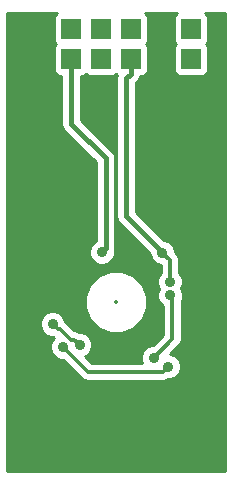
<source format=gbr>
%TF.GenerationSoftware,KiCad,Pcbnew,no-vcs-found-ad9916e~61~ubuntu16.04.1*%
%TF.CreationDate,2017-11-30T01:56:44+01:00*%
%TF.ProjectId,RPS01A,5250533031412E6B696361645F706362,01A*%
%TF.SameCoordinates,Original*%
%TF.FileFunction,Copper,L1,Top,Signal*%
%TF.FilePolarity,Positive*%
%FSLAX46Y46*%
G04 Gerber Fmt 4.6, Leading zero omitted, Abs format (unit mm)*
G04 Created by KiCad (PCBNEW no-vcs-found-ad9916e~61~ubuntu16.04.1) date Thu Nov 30 01:56:44 2017*
%MOMM*%
%LPD*%
G01*
G04 APERTURE LIST*
%ADD10R,1.651000X1.651000*%
%ADD11C,6.000000*%
%ADD12C,0.889000*%
%ADD13C,0.300000*%
%ADD14C,0.400000*%
%ADD15C,0.254000*%
%ADD16C,0.350000*%
G04 APERTURE END LIST*
D10*
X136430000Y-79186000D03*
X128810000Y-76646000D03*
X133890000Y-76646000D03*
X128810000Y-79186000D03*
X138970000Y-76646000D03*
X136430000Y-76646000D03*
X131350000Y-76646000D03*
X138970000Y-79186000D03*
X131350000Y-79186000D03*
X133890000Y-79186000D03*
X141510000Y-79186000D03*
X141510000Y-76646000D03*
D11*
X130080000Y-109920000D03*
X140240000Y-109920000D03*
X140240000Y-89600000D03*
X130080000Y-89600000D03*
D12*
X130842000Y-96458010D03*
X127793996Y-96966000D03*
X130674510Y-103546990D03*
X139605000Y-105221000D03*
X139726668Y-98037617D03*
X139097000Y-95569000D03*
X133972073Y-95524073D03*
X139757382Y-99180206D03*
X138344689Y-104465459D03*
X129794000Y-101600000D03*
X132080000Y-103378000D03*
D13*
X139605000Y-105221000D02*
X139160501Y-105665499D01*
X139160501Y-105665499D02*
X132793019Y-105665499D01*
X132793019Y-105665499D02*
X130674510Y-103546990D01*
X139726668Y-98037617D02*
X139726668Y-96198668D01*
X139726668Y-96198668D02*
X139097000Y-95569000D01*
D14*
X138652501Y-95124501D02*
X139097000Y-95569000D01*
X136039999Y-92511999D02*
X138652501Y-95124501D01*
X136039999Y-80801501D02*
X136039999Y-92511999D01*
X136430000Y-80411500D02*
X136039999Y-80801501D01*
X136430000Y-79186000D02*
X136430000Y-80411500D01*
X134280001Y-95216145D02*
X133972073Y-95524073D01*
X134280001Y-87583999D02*
X134280001Y-95216145D01*
X131350000Y-84653998D02*
X134280001Y-87583999D01*
X131350000Y-79186000D02*
X131350000Y-84653998D01*
D13*
X139943502Y-100491488D02*
X139943502Y-99366326D01*
X138344689Y-104465459D02*
X139943502Y-102866646D01*
X139943502Y-102866646D02*
X139943502Y-100491488D01*
X139943502Y-99366326D02*
X139757382Y-99180206D01*
X132080000Y-103378000D02*
X131635501Y-102933501D01*
X131635501Y-102933501D02*
X131316803Y-102933501D01*
X131316803Y-102933501D02*
X130427801Y-102044499D01*
X130427801Y-102044499D02*
X130238499Y-102044499D01*
X130238499Y-102044499D02*
X129794000Y-101600000D01*
D15*
G36*
X130066691Y-75362691D02*
X129926343Y-75572735D01*
X129877060Y-75820500D01*
X129877060Y-77471500D01*
X129926343Y-77719265D01*
X130057798Y-77916000D01*
X129926343Y-78112735D01*
X129877060Y-78360500D01*
X129877060Y-80011500D01*
X129926343Y-80259265D01*
X130066691Y-80469309D01*
X130276735Y-80609657D01*
X130515000Y-80657050D01*
X130515000Y-84653998D01*
X130578561Y-84973539D01*
X130759566Y-85244432D01*
X133445001Y-87929867D01*
X133445001Y-94573834D01*
X133361384Y-94608384D01*
X133057451Y-94911787D01*
X132892760Y-95308405D01*
X132892386Y-95737857D01*
X133056384Y-96134762D01*
X133359787Y-96438695D01*
X133756405Y-96603386D01*
X134185857Y-96603760D01*
X134582762Y-96439762D01*
X134886695Y-96136359D01*
X135051386Y-95739741D01*
X135051564Y-95535061D01*
X135115001Y-95216145D01*
X135115001Y-87583999D01*
X135051440Y-87264458D01*
X134870435Y-86993565D01*
X132185000Y-84308130D01*
X132185000Y-80657050D01*
X132423265Y-80609657D01*
X132620000Y-80478202D01*
X132816735Y-80609657D01*
X133064500Y-80658940D01*
X134715500Y-80658940D01*
X134963265Y-80609657D01*
X135160000Y-80478202D01*
X135256484Y-80542671D01*
X135204999Y-80801501D01*
X135204999Y-92511999D01*
X135268560Y-92831540D01*
X135449565Y-93102433D01*
X138017411Y-95670279D01*
X138017313Y-95782784D01*
X138181311Y-96179689D01*
X138484714Y-96483622D01*
X138881332Y-96648313D01*
X138941668Y-96648366D01*
X138941668Y-97295935D01*
X138812046Y-97425331D01*
X138647355Y-97821949D01*
X138646981Y-98251401D01*
X138810182Y-98646377D01*
X138678069Y-98964538D01*
X138677695Y-99393990D01*
X138841693Y-99790895D01*
X139145096Y-100094828D01*
X139158502Y-100100395D01*
X139158502Y-102541488D01*
X138314058Y-103385932D01*
X138130905Y-103385772D01*
X137734000Y-103549770D01*
X137430067Y-103853173D01*
X137265376Y-104249791D01*
X137265002Y-104679243D01*
X137348159Y-104880499D01*
X133118177Y-104880499D01*
X132577950Y-104340272D01*
X132690689Y-104293689D01*
X132994622Y-103990286D01*
X133159313Y-103593668D01*
X133159687Y-103164216D01*
X132995689Y-102767311D01*
X132692286Y-102463378D01*
X132295668Y-102298687D01*
X132070955Y-102298491D01*
X131935908Y-102208256D01*
X131643565Y-102150105D01*
X130982880Y-101489420D01*
X130873661Y-101416442D01*
X130873687Y-101386216D01*
X130709689Y-100989311D01*
X130406286Y-100685378D01*
X130009668Y-100520687D01*
X129580216Y-100520313D01*
X129183311Y-100684311D01*
X128879378Y-100987714D01*
X128714687Y-101384332D01*
X128714313Y-101813784D01*
X128878311Y-102210689D01*
X129181714Y-102514622D01*
X129578332Y-102679313D01*
X129803045Y-102679509D01*
X129926488Y-102761990D01*
X129930331Y-102764558D01*
X129759888Y-102934704D01*
X129595197Y-103331322D01*
X129594823Y-103760774D01*
X129758821Y-104157679D01*
X130062224Y-104461612D01*
X130458842Y-104626303D01*
X130643826Y-104626464D01*
X132237940Y-106220578D01*
X132492612Y-106390744D01*
X132793019Y-106450499D01*
X139160501Y-106450499D01*
X139460908Y-106390744D01*
X139595979Y-106300493D01*
X139818784Y-106300687D01*
X140215689Y-106136689D01*
X140519622Y-105833286D01*
X140684313Y-105436668D01*
X140684687Y-105007216D01*
X140520689Y-104610311D01*
X140217286Y-104306378D01*
X139820668Y-104141687D01*
X139778656Y-104141650D01*
X140498581Y-103421725D01*
X140668747Y-103167053D01*
X140728502Y-102866646D01*
X140728502Y-99656430D01*
X140836695Y-99395874D01*
X140837069Y-98966422D01*
X140673868Y-98571446D01*
X140805981Y-98253285D01*
X140806355Y-97823833D01*
X140642357Y-97426928D01*
X140511668Y-97296011D01*
X140511668Y-96198668D01*
X140482324Y-96051145D01*
X140451913Y-95898261D01*
X140281747Y-95643589D01*
X140176527Y-95538369D01*
X140176687Y-95355216D01*
X140012689Y-94958311D01*
X139709286Y-94654378D01*
X139312668Y-94489687D01*
X139198456Y-94489588D01*
X136874999Y-92166131D01*
X136874999Y-81147369D01*
X137020434Y-81001934D01*
X137201440Y-80731040D01*
X137215781Y-80658940D01*
X137255500Y-80658940D01*
X137503265Y-80609657D01*
X137713309Y-80469309D01*
X137853657Y-80259265D01*
X137902940Y-80011500D01*
X137902940Y-78360500D01*
X137853657Y-78112735D01*
X137722202Y-77916000D01*
X137853657Y-77719265D01*
X137902940Y-77471500D01*
X137902940Y-75820500D01*
X137853657Y-75572735D01*
X137713309Y-75362691D01*
X137620983Y-75301000D01*
X140319017Y-75301000D01*
X140226691Y-75362691D01*
X140086343Y-75572735D01*
X140037060Y-75820500D01*
X140037060Y-77471500D01*
X140086343Y-77719265D01*
X140217798Y-77916000D01*
X140086343Y-78112735D01*
X140037060Y-78360500D01*
X140037060Y-80011500D01*
X140086343Y-80259265D01*
X140226691Y-80469309D01*
X140436735Y-80609657D01*
X140684500Y-80658940D01*
X142335500Y-80658940D01*
X142583265Y-80609657D01*
X142793309Y-80469309D01*
X142933657Y-80259265D01*
X142982940Y-80011500D01*
X142982940Y-78360500D01*
X142933657Y-78112735D01*
X142802202Y-77916000D01*
X142933657Y-77719265D01*
X142982940Y-77471500D01*
X142982940Y-75820500D01*
X142933657Y-75572735D01*
X142793309Y-75362691D01*
X142700983Y-75301000D01*
X144379000Y-75301000D01*
X144379000Y-114059000D01*
X125941000Y-114059000D01*
X125941000Y-100281834D01*
X132524543Y-100281834D01*
X132924853Y-101250658D01*
X133665443Y-101992542D01*
X134633567Y-102394542D01*
X135681834Y-102395457D01*
X136650658Y-101995147D01*
X137392542Y-101254557D01*
X137794542Y-100286433D01*
X137795457Y-99238166D01*
X137395147Y-98269342D01*
X136654557Y-97527458D01*
X135686433Y-97125458D01*
X134638166Y-97124543D01*
X133669342Y-97524853D01*
X132927458Y-98265443D01*
X132525458Y-99233567D01*
X132524543Y-100281834D01*
X125941000Y-100281834D01*
X125941000Y-75301000D01*
X130159017Y-75301000D01*
X130066691Y-75362691D01*
X130066691Y-75362691D01*
G37*
X130066691Y-75362691D02*
X129926343Y-75572735D01*
X129877060Y-75820500D01*
X129877060Y-77471500D01*
X129926343Y-77719265D01*
X130057798Y-77916000D01*
X129926343Y-78112735D01*
X129877060Y-78360500D01*
X129877060Y-80011500D01*
X129926343Y-80259265D01*
X130066691Y-80469309D01*
X130276735Y-80609657D01*
X130515000Y-80657050D01*
X130515000Y-84653998D01*
X130578561Y-84973539D01*
X130759566Y-85244432D01*
X133445001Y-87929867D01*
X133445001Y-94573834D01*
X133361384Y-94608384D01*
X133057451Y-94911787D01*
X132892760Y-95308405D01*
X132892386Y-95737857D01*
X133056384Y-96134762D01*
X133359787Y-96438695D01*
X133756405Y-96603386D01*
X134185857Y-96603760D01*
X134582762Y-96439762D01*
X134886695Y-96136359D01*
X135051386Y-95739741D01*
X135051564Y-95535061D01*
X135115001Y-95216145D01*
X135115001Y-87583999D01*
X135051440Y-87264458D01*
X134870435Y-86993565D01*
X132185000Y-84308130D01*
X132185000Y-80657050D01*
X132423265Y-80609657D01*
X132620000Y-80478202D01*
X132816735Y-80609657D01*
X133064500Y-80658940D01*
X134715500Y-80658940D01*
X134963265Y-80609657D01*
X135160000Y-80478202D01*
X135256484Y-80542671D01*
X135204999Y-80801501D01*
X135204999Y-92511999D01*
X135268560Y-92831540D01*
X135449565Y-93102433D01*
X138017411Y-95670279D01*
X138017313Y-95782784D01*
X138181311Y-96179689D01*
X138484714Y-96483622D01*
X138881332Y-96648313D01*
X138941668Y-96648366D01*
X138941668Y-97295935D01*
X138812046Y-97425331D01*
X138647355Y-97821949D01*
X138646981Y-98251401D01*
X138810182Y-98646377D01*
X138678069Y-98964538D01*
X138677695Y-99393990D01*
X138841693Y-99790895D01*
X139145096Y-100094828D01*
X139158502Y-100100395D01*
X139158502Y-102541488D01*
X138314058Y-103385932D01*
X138130905Y-103385772D01*
X137734000Y-103549770D01*
X137430067Y-103853173D01*
X137265376Y-104249791D01*
X137265002Y-104679243D01*
X137348159Y-104880499D01*
X133118177Y-104880499D01*
X132577950Y-104340272D01*
X132690689Y-104293689D01*
X132994622Y-103990286D01*
X133159313Y-103593668D01*
X133159687Y-103164216D01*
X132995689Y-102767311D01*
X132692286Y-102463378D01*
X132295668Y-102298687D01*
X132070955Y-102298491D01*
X131935908Y-102208256D01*
X131643565Y-102150105D01*
X130982880Y-101489420D01*
X130873661Y-101416442D01*
X130873687Y-101386216D01*
X130709689Y-100989311D01*
X130406286Y-100685378D01*
X130009668Y-100520687D01*
X129580216Y-100520313D01*
X129183311Y-100684311D01*
X128879378Y-100987714D01*
X128714687Y-101384332D01*
X128714313Y-101813784D01*
X128878311Y-102210689D01*
X129181714Y-102514622D01*
X129578332Y-102679313D01*
X129803045Y-102679509D01*
X129926488Y-102761990D01*
X129930331Y-102764558D01*
X129759888Y-102934704D01*
X129595197Y-103331322D01*
X129594823Y-103760774D01*
X129758821Y-104157679D01*
X130062224Y-104461612D01*
X130458842Y-104626303D01*
X130643826Y-104626464D01*
X132237940Y-106220578D01*
X132492612Y-106390744D01*
X132793019Y-106450499D01*
X139160501Y-106450499D01*
X139460908Y-106390744D01*
X139595979Y-106300493D01*
X139818784Y-106300687D01*
X140215689Y-106136689D01*
X140519622Y-105833286D01*
X140684313Y-105436668D01*
X140684687Y-105007216D01*
X140520689Y-104610311D01*
X140217286Y-104306378D01*
X139820668Y-104141687D01*
X139778656Y-104141650D01*
X140498581Y-103421725D01*
X140668747Y-103167053D01*
X140728502Y-102866646D01*
X140728502Y-99656430D01*
X140836695Y-99395874D01*
X140837069Y-98966422D01*
X140673868Y-98571446D01*
X140805981Y-98253285D01*
X140806355Y-97823833D01*
X140642357Y-97426928D01*
X140511668Y-97296011D01*
X140511668Y-96198668D01*
X140482324Y-96051145D01*
X140451913Y-95898261D01*
X140281747Y-95643589D01*
X140176527Y-95538369D01*
X140176687Y-95355216D01*
X140012689Y-94958311D01*
X139709286Y-94654378D01*
X139312668Y-94489687D01*
X139198456Y-94489588D01*
X136874999Y-92166131D01*
X136874999Y-81147369D01*
X137020434Y-81001934D01*
X137201440Y-80731040D01*
X137215781Y-80658940D01*
X137255500Y-80658940D01*
X137503265Y-80609657D01*
X137713309Y-80469309D01*
X137853657Y-80259265D01*
X137902940Y-80011500D01*
X137902940Y-78360500D01*
X137853657Y-78112735D01*
X137722202Y-77916000D01*
X137853657Y-77719265D01*
X137902940Y-77471500D01*
X137902940Y-75820500D01*
X137853657Y-75572735D01*
X137713309Y-75362691D01*
X137620983Y-75301000D01*
X140319017Y-75301000D01*
X140226691Y-75362691D01*
X140086343Y-75572735D01*
X140037060Y-75820500D01*
X140037060Y-77471500D01*
X140086343Y-77719265D01*
X140217798Y-77916000D01*
X140086343Y-78112735D01*
X140037060Y-78360500D01*
X140037060Y-80011500D01*
X140086343Y-80259265D01*
X140226691Y-80469309D01*
X140436735Y-80609657D01*
X140684500Y-80658940D01*
X142335500Y-80658940D01*
X142583265Y-80609657D01*
X142793309Y-80469309D01*
X142933657Y-80259265D01*
X142982940Y-80011500D01*
X142982940Y-78360500D01*
X142933657Y-78112735D01*
X142802202Y-77916000D01*
X142933657Y-77719265D01*
X142982940Y-77471500D01*
X142982940Y-75820500D01*
X142933657Y-75572735D01*
X142793309Y-75362691D01*
X142700983Y-75301000D01*
X144379000Y-75301000D01*
X144379000Y-114059000D01*
X125941000Y-114059000D01*
X125941000Y-100281834D01*
X132524543Y-100281834D01*
X132924853Y-101250658D01*
X133665443Y-101992542D01*
X134633567Y-102394542D01*
X135681834Y-102395457D01*
X136650658Y-101995147D01*
X137392542Y-101254557D01*
X137794542Y-100286433D01*
X137795457Y-99238166D01*
X137395147Y-98269342D01*
X136654557Y-97527458D01*
X135686433Y-97125458D01*
X134638166Y-97124543D01*
X133669342Y-97524853D01*
X132927458Y-98265443D01*
X132525458Y-99233567D01*
X132524543Y-100281834D01*
X125941000Y-100281834D01*
X125941000Y-75301000D01*
X130159017Y-75301000D01*
X130066691Y-75362691D01*
D16*
X130842000Y-96458010D03*
X127793996Y-96966000D03*
X130674510Y-103546990D03*
X139605000Y-105221000D03*
X139726668Y-98037617D03*
X139097000Y-95569000D03*
X133972073Y-95524073D03*
X139757382Y-99180206D03*
X138344689Y-104465459D03*
X129794000Y-101600000D03*
X132080000Y-103378000D03*
X135160000Y-99760000D03*
X136430000Y-79186000D03*
X128810000Y-76646000D03*
X133890000Y-76646000D03*
X128810000Y-79186000D03*
X138970000Y-76646000D03*
X136430000Y-76646000D03*
X131350000Y-76646000D03*
X138970000Y-79186000D03*
X131350000Y-79186000D03*
X133890000Y-79186000D03*
X141510000Y-79186000D03*
X141510000Y-76646000D03*
X130080000Y-109920000D03*
X140240000Y-109920000D03*
X140240000Y-89600000D03*
X130080000Y-89600000D03*
M02*

</source>
